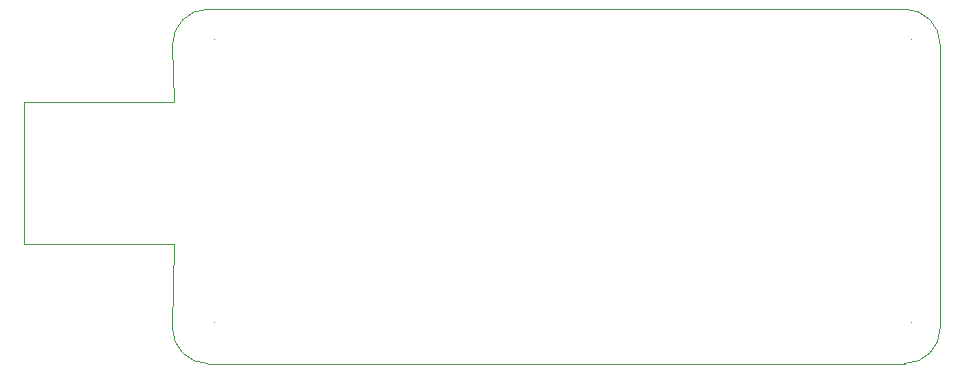
<source format=gm1>
G04 #@! TF.GenerationSoftware,KiCad,Pcbnew,5.1.4*
G04 #@! TF.CreationDate,2019-11-17T07:58:24+01:00*
G04 #@! TF.ProjectId,anavi-play-phat,616e6176-692d-4706-9c61-792d70686174,rev?*
G04 #@! TF.SameCoordinates,Original*
G04 #@! TF.FileFunction,Profile,NP*
%FSLAX46Y46*%
G04 Gerber Fmt 4.6, Leading zero omitted, Abs format (unit mm)*
G04 Created by KiCad (PCBNEW 5.1.4) date 2019-11-17 07:58:24*
%MOMM*%
%LPD*%
G04 APERTURE LIST*
%ADD10C,0.100000*%
G04 APERTURE END LIST*
D10*
X148590000Y-82850000D02*
X148501100Y-78003600D01*
X135890000Y-94900000D02*
X148590000Y-94900000D01*
X135890000Y-82850000D02*
X135890000Y-94900000D01*
X148590000Y-82850000D02*
X135890000Y-82850000D01*
X148501100Y-102003600D02*
X148590000Y-94900000D01*
X210501100Y-105003600D02*
X151501100Y-105003600D01*
X213501100Y-78003600D02*
X213501100Y-102003600D01*
X151501100Y-75003600D02*
X210501100Y-75003600D01*
X148501100Y-78003600D02*
G75*
G02X151501100Y-75003600I3000000J0D01*
G01*
X152001100Y-77503600D02*
G75*
G03X152001100Y-77503600I0J0D01*
G01*
X210501100Y-75003600D02*
G75*
G02X213501100Y-78003600I0J-3000000D01*
G01*
X211001100Y-77503600D02*
G75*
G03X211001100Y-77503600I0J0D01*
G01*
X213501100Y-102003600D02*
G75*
G02X210501100Y-105003600I-3000000J0D01*
G01*
X211001100Y-101503600D02*
G75*
G03X211001100Y-101503600I0J0D01*
G01*
X151501100Y-105003600D02*
G75*
G02X148501100Y-102003600I0J3000000D01*
G01*
X152001100Y-101503600D02*
G75*
G03X152001100Y-101503600I0J0D01*
G01*
M02*

</source>
